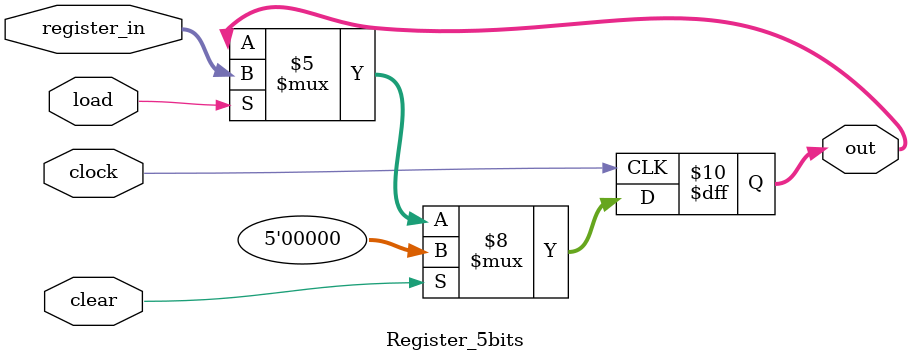
<source format=v>
module Register_5bits(register_in, load, out ,clear,clock);

input[4:0] register_in;
input load, clear, clock;
output reg[4:0] out;


always @ (posedge clock)

	if(clear == 1 )
		out <= 5'b00000;
	else
	begin
      if(load == 1)
        out <= register_in;
      else
        out <= out;
	end

endmodule

</source>
